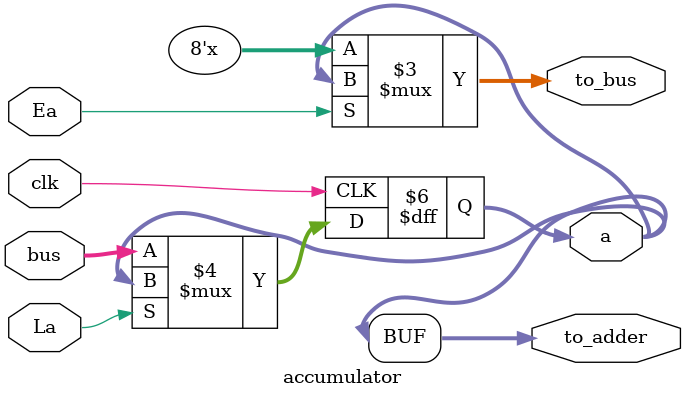
<source format=v>
module accumulator(
    input [7:0] bus,       
    input clk,             
    input La,             
    input Ea,              
    output reg [7:0] a,   
    output [7:0] to_adder, 
    output [7:0] to_bus    
);

always @(posedge clk)
begin
    if (~La)               
        a <= bus;         
end

assign to_adder = a;        
assign to_bus = (Ea) ? a : 8'bz; 
endmodule 

</source>
